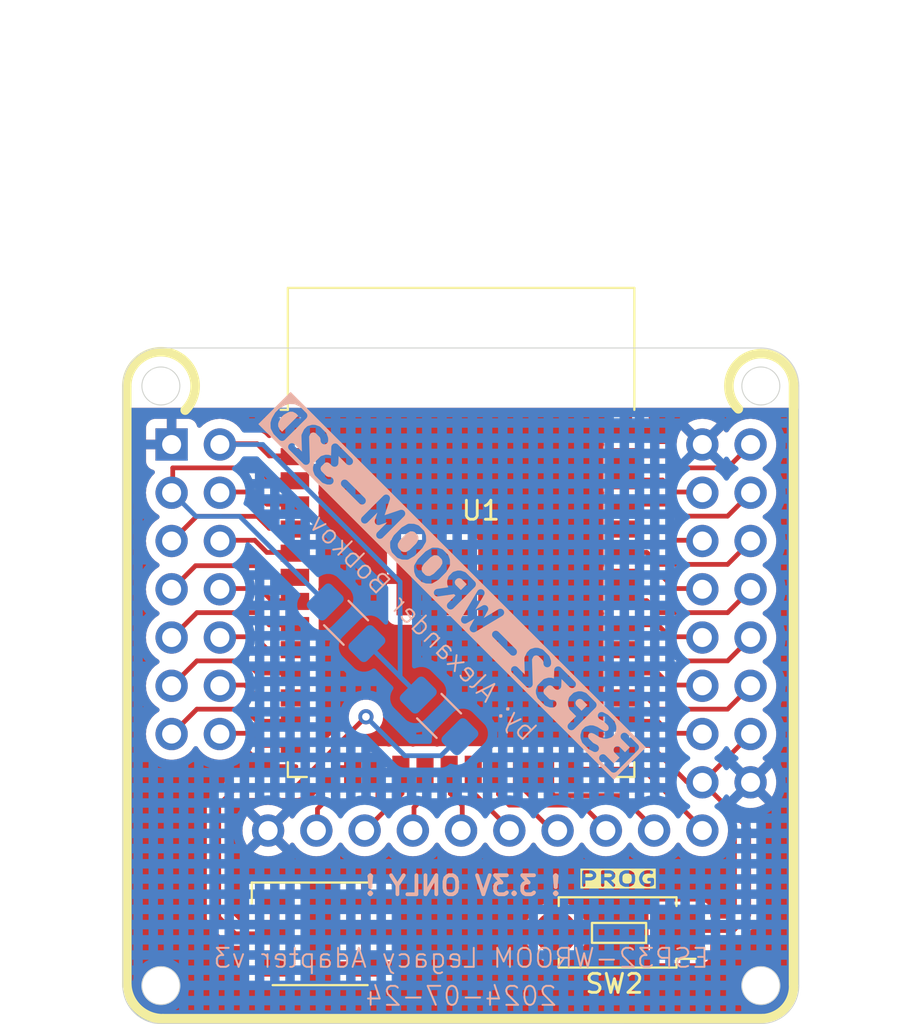
<source format=kicad_pcb>
(kicad_pcb (version 20240108) (generator "pcbnew") (generator_version "8.0")
  (layers (0 "F.Cu" signal) (31 "B.Cu" signal) (34 "B.Paste" user) (35 "F.Paste" user) (36 "B.SilkS" user "B.Silkscreen") (37 "F.SilkS" user "F.Silkscreen") (38 "B.Mask" user) (39 "F.Mask" user) (44 "Edge.Cuts" user))
  (net 0 "")
  (net 1 "GND")
  (net 2 "unconnected-(U1-SENSOR_VP-Pad4)")
  (net 3 "unconnected-(U1-SENSOR_VN-Pad5)")
  (net 4 "unconnected-(U1-IO34-Pad6)")
  (net 5 "unconnected-(U1-IO35-Pad7)")
  (net 6 "unconnected-(U1-IO32-Pad8)")
  (net 7 "unconnected-(U1-IO33-Pad9)")
  (net 8 "unconnected-(U1-IO25-Pad10)")
  (net 9 "unconnected-(U1-IO26-Pad11)")
  (net 10 "unconnected-(U1-IO27-Pad12)")
  (net 11 "unconnected-(U1-IO14-Pad13)")
  (net 12 "unconnected-(U1-IO12-Pad14)")
  (net 13 "unconnected-(U1-IO13-Pad16)")
  (net 14 "unconnected-(U1-SHD{slash}SD2-Pad17)")
  (net 15 "unconnected-(U1-SWP{slash}SD3-Pad18)")
  (net 16 "unconnected-(U1-SCS{slash}CMD-Pad19)")
  (net 17 "unconnected-(U1-SCK{slash}CLK-Pad20)")
  (net 18 "unconnected-(U1-SDO{slash}SD0-Pad21)")
  (net 19 "unconnected-(U1-SDI{slash}SD1-Pad22)")
  (net 20 "unconnected-(U1-IO15-Pad23)")
  (net 21 "unconnected-(U1-IO2-Pad24)")
  (net 22 "unconnected-(U1-IO4-Pad26)")
  (net 23 "unconnected-(U1-IO16-Pad27)")
  (net 24 "unconnected-(U1-IO17-Pad28)")
  (net 25 "unconnected-(U1-IO5-Pad29)")
  (net 26 "unconnected-(U1-IO18-Pad30)")
  (net 27 "unconnected-(U1-IO19-Pad31)")
  (net 28 "unconnected-(U1-NC-Pad32)")
  (net 29 "unconnected-(U1-IO21-Pad33)")
  (net 30 "unconnected-(U1-RXD0{slash}IO3-Pad34)")
  (net 31 "unconnected-(U1-TXD0{slash}IO1-Pad35)")
  (net 32 "unconnected-(U1-IO22-Pad36)")
  (net 33 "unconnected-(U1-IO23-Pad37)")
  (net 34 "+3V3")
  (net 36 "Net-(D1-AB)")
  (net 37 "Net-(U1-EN)")
  (net 38 "/GPIO0")
  (footprint "Alexander Footprint Library:LED_5050-6" (layer "F.Cu") (at 152.54 107.075)
    (property "Reference" "D1" (hide yes))
    (property "Value" "LED_SMD_5050")
    (fp_line (start -3.6 -2.7) (end 2.5 -2.7) (stroke (width 0.12)) (layer "F.SilkS"))
    (fp_line (start -3.6 -1.6) (end -3.6 -2.7) (stroke (width 0.12)) (layer "F.SilkS"))
    (fp_line (start 2.5 2.7) (end -2.5 2.7) (stroke (width 0.12)) (layer "F.SilkS"))
    (pad "1" smd rect (at -2.4 -1.7 90) (size 1.1 2) (layers "F.Cu" "F.Paste" "F.Mask") (net 36 "Net-(D1-AB)"))
    (pad "2" smd rect (at -2.4 0 90) (size 1.1 2) (layers "F.Cu" "F.Paste" "F.Mask") (net 36 "Net-(D1-AB)"))
    (pad "3" smd rect (at -2.4 1.7 90) (size 1.1 2) (layers "F.Cu" "F.Paste" "F.Mask") (net 36 "Net-(D1-AB)"))
    (pad "4" smd rect (at 2.4 1.7 90) (size 1.1 2) (layers "F.Cu" "F.Paste" "F.Mask") (net 1 "GND"))
    (pad "5" smd rect (at 2.4 0 90) (size 1.1 2) (layers "F.Cu" "F.Paste" "F.Mask") (net 1 "GND"))
    (pad "6" smd rect (at 2.4 -1.7 90) (size 1.1 2) (layers "F.Cu" "F.Paste" "F.Mask") (net 1 "GND"))
  )
  (footprint "Alexander Footprint Library:ESP32-WROOM-Adapter-Legacy-v3" (layer "F.Cu") (at 159.96 88.94)
    (property "Reference" "U1" (at 1.04 -4.14 0) (layer "F.SilkS"))
    (property "Value" "ESP32-WROOM-32D")
    (fp_line (start -17.6 -10.6854) (end -17.6 20.9) (stroke (width 0.5)) (layer "F.SilkS"))
    (fp_line (start -9.12 -15.86) (end -9.12 -9.445) (stroke (width 0.12)) (layer "F.SilkS"))
    (fp_line (start -9.12 -15.86) (end 9.12 -15.86) (stroke (width 0.12)) (layer "F.SilkS"))
    (fp_line (start -9.12 -9.445) (end -9.5 -9.445) (stroke (width 0.12)) (layer "F.SilkS"))
    (fp_line (start -9.12 9.1) (end -9.12 9.88) (stroke (width 0.12)) (layer "F.SilkS"))
    (fp_line (start -9.12 9.88) (end -8.12 9.88) (stroke (width 0.12)) (layer "F.SilkS"))
    (fp_line (start 9.12 -15.86) (end 9.12 -9.445) (stroke (width 0.12)) (layer "F.SilkS"))
    (fp_line (start 9.12 9.1) (end 9.12 9.88) (stroke (width 0.12)) (layer "F.SilkS"))
    (fp_line (start 9.12 9.88) (end 8.12 9.88) (stroke (width 0.12)) (layer "F.SilkS"))
    (fp_line (start 15.8854 22.6) (end -15.7 22.6) (stroke (width 0.5)) (layer "F.SilkS"))
    (fp_line (start 17.5 -10.8) (end 17.5 20.7854) (stroke (width 0.5)) (layer "F.SilkS"))
    (fp_arc (start -17.6 -10.6854) (mid -15.117897 -12.365818) (end -14.527166 -9.427166) (stroke (width 0.5)) (layer "F.SilkS"))
    (fp_arc (start -15.700001 22.60263) (mid -17.00953 22.080265) (end -17.6 20.8) (stroke (width 0.5)) (layer "F.SilkS"))
    (fp_arc (start 14.595841 -9.495841) (mid 15.102381 -12.253488) (end 17.499999 -10.8) (stroke (width 0.5)) (layer "F.SilkS"))
    (fp_arc (start 17.5 20.7854) (mid 17.071898 22.033759) (end 15.880748 22.601944) (stroke (width 0.5)) (layer "F.SilkS"))
    (fp_line (start -17.8054 20.86) (end -17.8054 -10.7) (stroke (width 0.05)) (layer "Edge.Cuts"))
    (fp_line (start -15.8054 -12.7) (end 15.78 -12.7) (stroke (width 0.05)) (layer "Edge.Cuts"))
    (fp_line (start 15.78 22.86) (end -15.8054 22.86) (stroke (width 0.05)) (layer "Edge.Cuts"))
    (fp_line (start 17.78 -10.7) (end 17.78 20.86) (stroke (width 0.05)) (layer "Edge.Cuts"))
    (fp_arc (start -17.8054 -10.7) (mid -17.219614 -12.114214) (end -15.8054 -12.7) (stroke (width 0.05)) (layer "Edge.Cuts"))
    (fp_arc (start -15.8054 22.86) (mid -17.219614 22.274214) (end -17.8054 20.86) (stroke (width 0.05)) (layer "Edge.Cuts"))
    (fp_arc (start 15.78 -12.7) (mid 17.194214 -12.114214) (end 17.78 -10.7) (stroke (width 0.05)) (layer "Edge.Cuts"))
    (fp_arc (start 17.78 20.86) (mid 17.194214 22.274214) (end 15.78 22.86) (stroke (width 0.05)) (layer "Edge.Cuts"))
    (fp_circle (center -15.805401 -10.700001) (end -14.805401 -10.700001) (stroke (width 0.05)) (fill none) (layer "Edge.Cuts"))
    (fp_circle (center -15.805401 20.860001) (end -14.805401 20.860001) (stroke (width 0.05)) (fill none) (layer "Edge.Cuts"))
    (fp_circle (center 15.78 -10.7) (end 16.78 -10.7) (stroke (width 0.05)) (fill none) (layer "Edge.Cuts"))
    (fp_circle (center 15.78 20.86) (end 16.78 20.86) (stroke (width 0.05)) (fill none) (layer "Edge.Cuts"))
    (fp_text user "2024-07-24" (at 0 22 0) (layer "B.SilkS") (effects (font (thickness 0.1)) (justify bottom mirror)))
    (fp_text user "! 3.3V ONLY !" (at 0.1 15.6 0) (layer "B.SilkS") (effects (font (thickness 0.2) (bold yes)) (justify mirror)))
    (fp_text user "by: Alexander Bobkov" (at -2 2 -45) (layer "B.SilkS") (effects (font (thickness 0.1)) (justify mirror)))
    (fp_text user "ESP32-WROOM-32D" (at -0.5 -0.1 -45) (layer "B.SilkS" knockout) (effects (font (size 1.6 1.7) (thickness 0.4) (bold yes)) (justify mirror)))
    (fp_text user "ESP32-WROOM Legacy Adapter v3" (at 0 20 0) (layer "B.SilkS") (effects (font (thickness 0.1)) (justify bottom mirror)))
    (pad "1" thru_hole rect (at -15.24 -7.62) (size 1.7 1.7) (drill 1) (layers "*.Cu" "*.Mask") (net 1 "GND"))
    (pad "1" smd rect (at -8.75 -8.25) (size 1.5 0.9) (layers "F.Cu" "F.Paste" "F.Mask") (net 1 "GND"))
    (pad "2" thru_hole circle (at -12.7 -7.62) (size 1.7 1.7) (drill 1) (layers "*.Cu" "*.Mask") (net 34 "+3V3"))
    (pad "2" smd rect (at -8.75 -6.98) (size 1.5 0.9) (layers "F.Cu" "F.Paste" "F.Mask") (net 34 "+3V3"))
    (pad "3" thru_hole circle (at -15.24 -5.08) (size 1.7 1.7) (drill 1) (layers "*.Cu" "*.Mask") (net 37 "Net-(U1-EN)"))
    (pad "3" smd rect (at -8.75 -5.71) (size 1.5 0.9) (layers "F.Cu" "F.Paste" "F.Mask") (net 37 "Net-(U1-EN)"))
    (pad "4" thru_hole circle (at -12.7 -5.08) (size 1.7 1.7) (drill 1) (layers "*.Cu" "*.Mask") (net 2 "unconnected-(U1-SENSOR_VP-Pad4)"))
    (pad "4" smd rect (at -8.75 -4.44) (size 1.5 0.9) (layers "F.Cu" "F.Paste" "F.Mask") (net 2 "unconnected-(U1-SENSOR_VP-Pad4)"))
    (pad "5" thru_hole circle (at -15.24 -2.54) (size 1.7 1.7) (drill 1) (layers "*.Cu" "*.Mask") (net 3 "unconnected-(U1-SENSOR_VN-Pad5)"))
    (pad "5" smd rect (at -8.75 -3.17) (size 1.5 0.9) (layers "F.Cu" "F.Paste" "F.Mask") (net 3 "unconnected-(U1-SENSOR_VN-Pad5)"))
    (pad "6" thru_hole circle (at -12.7 -2.54) (size 1.7 1.7) (drill 1) (layers "*.Cu" "*.Mask") (net 4 "unconnected-(U1-IO34-Pad6)"))
    (pad "6" smd rect (at -8.75 -1.9) (size 1.5 0.9) (layers "F.Cu" "F.Paste" "F.Mask") (net 4 "unconnected-(U1-IO34-Pad6)"))
    (pad "7" thru_hole circle (at -15.24 0) (size 1.7 1.7) (drill 1) (layers "*.Cu" "*.Mask") (net 5 "unconnected-(U1-IO35-Pad7)"))
    (pad "7" smd rect (at -8.75 -0.63) (size 1.5 0.9) (layers "F.Cu" "F.Paste" "F.Mask") (net 5 "unconnected-(U1-IO35-Pad7)"))
    (pad "8" thru_hole circle (at -12.7 0) (size 1.7 1.7) (drill 1) (layers "*.Cu" "*.Mask") (net 6 "unconnected-(U1-IO32-Pad8)"))
    (pad "8" smd rect (at -8.75 0.64) (size 1.5 0.9) (layers "F.Cu" "F.Paste" "F.Mask") (net 6 "unconnected-(U1-IO32-Pad8)"))
    (pad "9" thru_hole circle (at -15.24 2.54) (size 1.7 1.7) (drill 1) (layers "*.Cu" "*.Mask") (net 7 "unconnected-(U1-IO33-Pad9)"))
    (pad "9" smd rect (at -8.75 1.91) (size 1.5 0.9) (layers "F.Cu" "F.Paste" "F.Mask") (net 7 "unconnected-(U1-IO33-Pad9)"))
    (pad "10" thru_hole circle (at -12.7 2.54) (size 1.7 1.7) (drill 1) (layers "*.Cu" "*.Mask") (net 8 "unconnected-(U1-IO25-Pad10)"))
    (pad "10" smd rect (at -8.75 3.18) (size 1.5 0.9) (layers "F.Cu" "F.Paste" "F.Mask") (net 8 "unconnected-(U1-IO25-Pad10)"))
    (pad "11" thru_hole circle (at -15.24 5.08) (size 1.7 1.7) (drill 1) (layers "*.Cu" "*.Mask") (net 9 "unconnected-(U1-IO26-Pad11)"))
    (pad "11" smd rect (at -8.75 4.45) (size 1.5 0.9) (layers "F.Cu" "F.Paste" "F.Mask") (net 9 "unconnected-(U1-IO26-Pad11)"))
    (pad "12" thru_hole circle (at -12.7 5.08) (size 1.7 1.7) (drill 1) (layers "*.Cu" "*.Mask") (net 10 "unconnected-(U1-IO27-Pad12)"))
    (pad "12" smd rect (at -8.75 5.72) (size 1.5 0.9) (layers "F.Cu" "F.Paste" "F.Mask") (net 10 "unconnected-(U1-IO27-Pad12)"))
    (pad "13" thru_hole circle (at -15.24 7.62) (size 1.7 1.7) (drill 1) (layers "*.Cu" "*.Mask") (net 11 "unconnected-(U1-IO14-Pad13)"))
    (pad "13" smd rect (at -8.75 6.99) (size 1.5 0.9) (layers "F.Cu" "F.Paste" "F.Mask") (net 11 "unconnected-(U1-IO14-Pad13)"))
    (pad "14" thru_hole circle (at -12.7 7.62) (size 1.7 1.7) (drill 1) (layers "*.Cu" "*.Mask") (net 12 "unconnected-(U1-IO12-Pad14)"))
    (pad "14" smd rect (at -8.75 8.26) (size 1.5 0.9) (layers "F.Cu" "F.Paste" "F.Mask") (net 12 "unconnected-(U1-IO12-Pad14)"))
    (pad "15" thru_hole circle (at -10.16 12.7) (size 1.7 1.7) (drill 1) (layers "*.Cu" "*.Mask") (net 1 "GND"))
    (pad "15" smd rect (at -5.71 9.51 90) (size 1.5 0.9) (layers "F.Cu" "F.Paste" "F.Mask") (net 1 "GND"))
    (pad "16" thru_hole circle (at -7.62 12.7) (size 1.7 1.7) (drill 1) (layers "*.Cu" "*.Mask") (net 13 "unconnected-(U1-IO13-Pad16)"))
    (pad "16" smd rect (at -4.44 9.51 90) (size 1.5 0.9) (layers "F.Cu" "F.Paste" "F.Mask") (net 13 "unconnected-(U1-IO13-Pad16)"))
    (pad "17" thru_hole circle (at -5.08 12.7) (size 1.7 1.7) (drill 1) (layers "*.Cu" "*.Mask") (net 14 "unconnected-(U1-SHD{slash}SD2-Pad17)"))
    (pad "17" smd rect (at -3.17 9.51 90) (size 1.5 0.9) (layers "F.Cu" "F.Paste" "F.Mask") (net 14 "unconnected-(U1-SHD{slash}SD2-Pad17)"))
    (pad "18" thru_hole circle (at -2.54 12.7) (size 1.7 1.7) (drill 1) (layers "*.Cu" "*.Mask") (net 15 "unconnected-(U1-SWP{slash}SD3-Pad18)"))
    (pad "18" smd rect (at -1.9 9.51 90) (size 1.5 0.9) (layers "F.Cu" "F.Paste" "F.Mask") (net 15 "unconnected-(U1-SWP{slash}SD3-Pad18)"))
    (pad "19" smd rect (at -0.63 9.51 90) (size 1.5 0.9) (layers "F.Cu" "F.Paste" "F.Mask") (net 16 "unconnected-(U1-SCS{slash}CMD-Pad19)"))
    (pad "19" thru_hole circle (at 0 12.7) (size 1.7 1.7) (drill 1) (layers "*.Cu" "*.Mask") (net 16 "unconnected-(U1-SCS{slash}CMD-Pad19)"))
    (pad "20" smd rect (at 0.64 9.51 90) (size 1.5 0.9) (layers "F.Cu" "F.Paste" "F.Mask") (net 17 "unconnected-(U1-SCK{slash}CLK-Pad20)"))
    (pad "20" thru_hole circle (at 2.54 12.7) (size 1.7 1.7) (drill 1) (layers "*.Cu" "*.Mask") (net 17 "unconnected-(U1-SCK{slash}CLK-Pad20)"))
    (pad "21" smd rect (at 1.91 9.51 90) (size 1.5 0.9) (layers "F.Cu" "F.Paste" "F.Mask") (net 18 "unconnected-(U1-SDO{slash}SD0-Pad21)"))
    (pad "21" thru_hole circle (at 5.08 12.7) (size 1.7 1.7) (drill 1) (layers "*.Cu" "*.Mask") (net 18 "unconnected-(U1-SDO{slash}SD0-Pad21)"))
    (pad "22" smd rect (at 3.18 9.51 90) (size 1.5 0.9) (layers "F.Cu" "F.Paste" "F.Mask") (net 19 "unconnected-(U1-SDI{slash}SD1-Pad22)"))
    (pad "22" thru_hole circle (at 7.62 12.7) (size 1.7 1.7) (drill 1) (layers "*.Cu" "*.Mask") (net 19 "unconnected-(U1-SDI{slash}SD1-Pad22)"))
    (pad "23" smd rect (at 4.45 9.51 90) (size 1.5 0.9) (layers "F.Cu" "F.Paste" "F.Mask") (net 20 "unconnected-(U1-IO15-Pad23)"))
    (pad "23" thru_hole circle (at 10.16 12.7) (size 1.7 1.7) (drill 1) (layers "*.Cu" "*.Mask") (net 20 "unconnected-(U1-IO15-Pad23)"))
    (pad "24" smd rect (at 5.72 9.51 90) (size 1.5 0.9) (layers "F.Cu" "F.Paste" "F.Mask") (net 21 "unconnected-(U1-IO2-Pad24)"))
    (pad "24" thru_hole circle (at 12.7 12.7) (size 1.7 1.7) (drill 1) (layers "*.Cu" "*.Mask") (net 21 "unconnected-(U1-IO2-Pad24)"))
    (pad "25" smd rect (at 8.75 8.26) (size 1.5 0.9) (layers "F.Cu" "F.Paste" "F.Mask") (net 38 "/GPIO0"))
    (pad "25" thru_hole circle (at 12.7 10.16) (size 1.7 1.7) (drill 1) (layers "*.Cu" "*.Mask") (net 38 "/GPIO0"))
    (pad "25" thru_hole circle (at 15.24 7.62) (size 1.7 1.7) (drill 1) (layers "*.Cu" "*.Mask") (net 38 "/GPIO0"))
    (pad "26" smd rect (at 8.75 6.99) (size 1.5 0.9) (layers "F.Cu" "F.Paste" "F.Mask") (net 22 "unconnected-(U1-IO4-Pad26)"))
    (pad "26" thru_hole circle (at 12.7 7.62) (size 1.7 1.7) (drill 1) (layers "*.Cu" "*.Mask") (net 22 "unconnected-(U1-IO4-Pad26)"))
    (pad "27" smd rect (at 8.75 5.72) (size 1.5 0.9) (layers "F.Cu" "F.Paste" "F.Mask") (net 23 "unconnected-(U1-IO16-Pad27)"))
    (pad "27" thru_hole circle (at 15.24 5.08) (size 1.7 1.7) (drill 1) (layers "*.Cu" "*.Mask") (net 23 "unconnected-(U1-IO16-Pad27)"))
    (pad "28" smd rect (at 8.75 4.45) (size 1.5 0.9) (layers "F.Cu" "F.Paste" "F.Mask") (net 24 "unconnected-(U1-IO17-Pad28)"))
    (pad "28" thru_hole circle (at 12.7 5.08) (size 1.7 1.7) (drill 1) (layers "*.Cu" "*.Mask") (net 24 "unconnected-(U1-IO17-Pad28)"))
    (pad "29" smd rect (at 8.75 3.18) (size 1.5 0.9) (layers "F.Cu" "F.Paste" "F.Mask") (net 25 "unconnected-(U1-IO5-Pad29)"))
    (pad "29" thru_hole circle (at 15.24 2.54) (size 1.7 1.7) (drill 1) (layers "*.Cu" "*.Mask") (net 25 "unconnected-(U1-IO5-Pad29)"))
    (pad "30" smd rect (at 8.75 1.91) (size 1.5 0.9) (layers "F.Cu" "F.Paste" "F.Mask") (net 26 "unconnected-(U1-IO18-Pad30)"))
    (pad "30" thru_hole circle (at 12.7 2.54) (size 1.7 1.7) (drill 1) (layers "*.Cu" "*.Mask") (net 26 "unconnected-(U1-IO18-Pad30)"))
    (pad "31" smd rect (at 8.75 0.64) (size 1.5 0.9) (layers "F.Cu" "F.Paste" "F.Mask") (net 27 "unconnected-(U1-IO19-Pad31)"))
    (pad "31" thru_hole circle (at 15.24 0) (size 1.7 1.7) (drill 1) (layers "*.Cu" "*.Mask") (net 27 "unconnected-(U1-IO19-Pad31)"))
    (pad "32" smd rect (at 8.75 -0.63) (size 1.5 0.9) (layers "F.Cu" "F.Paste" "F.Mask") (net 28 "unconnected-(U1-NC-Pad32)"))
    (pad "32" thru_hole circle (at 12.7 0) (size 1.7 1.7) (drill 1) (layers "*.Cu" "*.Mask"))
    (pad "33" smd rect (at 8.75 -1.9) (size 1.5 0.9) (layers "F.Cu" "F.Paste" "F.Mask") (net 29 "unconnected-(U1-IO21-Pad33)"))
    (pad "33" thru_hole circle (at 15.24 -2.54) (size 1.7 1.7) (drill 1) (layers "*.Cu" "*.Mask") (net 29 "unconnected-(U1-IO21-Pad33)"))
    (pad "34" smd rect (at 8.75 -3.17) (size 1.5 0.9) (layers "F.Cu" "F.Paste" "F.Mask") (net 30 "unconnected-(U1-RXD0{slash}IO3-Pad34)"))
    (pad "34" thru_hole circle (at 12.7 -2.54) (size 1.7 1.7) (drill 1) (layers "*.Cu" "*.Mask") (net 30 "unconnected-(U1-RXD0{slash}IO3-Pad34)"))
    (pad "35" smd rect (at 8.75 -4.44) (size 1.5 0.9) (layers "F.Cu" "F.Paste" "F.Mask") (net 31 "unconnected-(U1-TXD0{slash}IO1-Pad35)"))
    (pad "35" thru_hole circle (at 15.24 -5.08) (size 1.7 1.7) (drill 1) (layers "*.Cu" "*.Mask") (net 31 "unconnected-(U1-TXD0{slash}IO1-Pad35)"))
    (pad "36" smd rect (at 8.75 -5.71) (size 1.5 0.9) (layers "F.Cu" "F.Paste" "F.Mask") (net 32 "unconnected-(U1-IO22-Pad36)"))
    (pad "36" thru_hole circle (at 12.7 -5.08) (size 1.7 1.7) (drill 1) (layers "*.Cu" "*.Mask") (net 32 "unconnected-(U1-IO22-Pad36)"))
    (pad "37" smd rect (at 8.75 -6.98) (size 1.5 0.9) (layers "F.Cu" "F.Paste" "F.Mask") (net 33 "unconnected-(U1-IO23-Pad37)"))
    (pad "37" thru_hole circle (at 15.24 -7.62) (size 1.7 1.7) (drill 1) (layers "*.Cu" "*.Mask") (net 33 "unconnected-(U1-IO23-Pad37)"))
    (pad "38" smd rect (at 8.75 -8.25) (size 1.5 0.9) (layers "F.Cu" "F.Paste" "F.Mask") (net 1 "GND"))
    (pad "38" thru_hole circle (at 12.7 -7.62) (size 1.7 1.7) (drill 1) (layers "*.Cu" "*.Mask") (net 1 "GND"))
    (pad "38" thru_hole circle (at 15.24 10.16) (size 1.7 1.7) (drill 1) (layers "*.Cu" "*.Mask") (net 1 "GND"))
    (pad "39" smd rect (at -1.5 -0.53) (size 3.8 3.8) (layers "F.Cu" "F.Mask") (net 1 "GND"))
    (zone (net 0) (net_name "") (layers "*.Cu") (connect_pads (clearance 0)) (min_thickness 0.254)
      (keepout (tracks not_allowed) (vias not_allowed) (pads not_allowed) (copperpour not_allowed) (footprints not_allowed))
      (fill (thermal_gap 0.508) (thermal_bridge_width 0.508))
      (polygon (pts (xy 135.96 79.39) (xy 183.96 79.39) (xy 183.96 58.2) (xy 135.96 58.2)))
    )
  )
  (footprint "Alexander Footprint Library:SW_PUSH_6x3.5mm" (layer "F.Cu") (at 171.45 107 180)
    (property "Reference" "SW2" (at 3.42 -2.7 0) (layer "F.SilkS"))
    (property "Value" "SW_Push_SMD_6x3.5")
    (fp_line (start 6.35 1.39) (end 6.35 1.85) (stroke (width 0.12)) (layer "F.SilkS"))
    (fp_line (start 6.35 -1.85) (end 6.35 -1.39) (stroke (width 0.12)) (layer "F.SilkS"))
    (fp_line (start 6.35 -1.85) (end 0.15 -1.85) (stroke (width 0.12)) (layer "F.SilkS"))
    (fp_line (start 0.15 1.85) (end 6.35 1.85) (stroke (width 0.12)) (layer "F.SilkS"))
    (fp_line (start 0.15 1.39) (end 0.15 1.85) (stroke (width 0.12)) (layer "F.SilkS"))
    (fp_line (start 0.15 -1.39) (end -0.85 -1.39) (stroke (width 0.12)) (layer "F.SilkS"))
    (fp_line (start 0.15 -1.85) (end 0.15 -1.39) (stroke (width 0.12)) (layer "F.SilkS"))
    (fp_rect (start 1.75 -0.55) (end 4.6 0.5) (stroke (width 0.12)) (fill none) (layer "F.SilkS"))
    (pad "1" smd rect (at 0 0 270) (size 2.25 2.25) (layers "F.Cu" "F.Paste" "F.Mask") (net 38 "/GPIO0"))
    (pad "2" smd oval (at 6.5 0 270) (size 2.25 2.25) (layers "F.Cu" "F.Paste" "F.Mask") (net 1 "GND"))
  )
  (footprint "Resistor_SMD:R_1206_3216Metric_Pad1.30x1.75mm_HandSolder" (layer "B.Cu") (at 153.903984 90.703984 135)
    (property "Reference" "R2" (hide yes))
    (property "Value" "R")
    (fp_line (start 0.727064 -0.91) (end -0.727064 -0.91) (stroke (width 0.12)) (layer "B.SilkS"))
    (fp_line (start 0.727064 0.91) (end -0.727064 0.91) (stroke (width 0.12)) (layer "B.SilkS"))
    (pad "1" smd roundrect (at -1.550001 0 135) (size 1.3 1.75) (layers "B.Cu" "B.Paste" "B.Mask") (roundrect_rratio 0.192308) (net 34 "+3V3"))
    (pad "2" smd roundrect (at 1.550001 0 135) (size 1.3 1.75) (layers "B.Cu" "B.Paste" "B.Mask") (roundrect_rratio 0.192308) (net 37 "Net-(U1-EN)"))
  )
  (footprint "Resistor_SMD:R_1206_3216Metric_Pad1.30x1.75mm_HandSolder" (layer "B.Cu") (at 158.8 95.603984 -45)
    (property "Reference" "R1" (hide yes))
    (property "Value" "R")
    (fp_line (start 0.727064 0.91) (end -0.727064 0.91) (stroke (width 0.12)) (layer "B.SilkS"))
    (fp_line (start 0.727064 -0.91) (end -0.727064 -0.91) (stroke (width 0.12)) (layer "B.SilkS"))
    (pad "1" smd roundrect (at -1.550001 0 315) (size 1.3 1.75) (layers "B.Cu" "B.Paste" "B.Mask") (roundrect_rratio 0.192308) (net 34 "+3V3"))
    (pad "2" smd roundrect (at 1.550001 0 315) (size 1.3 1.75) (layers "B.Cu" "B.Paste" "B.Mask") (roundrect_rratio 0.192308) (net 36 "Net-(D1-AB)"))
  )
  (gr_text "PROG" (at 168.2 104.2 0) (layer "F.SilkS" knockout) (effects (font (size 0.7 1) (thickness 0.175) (bold yes))))
  (segment (start 147.32 83.82) (end 149.098 83.82) (width 0.25) (layer "F.Cu") (net 2))
  (segment (start 149.098 83.82) (end 149.738 84.46) (width 0.25) (layer "F.Cu") (net 2))
  (segment (start 149.738 84.46) (end 151.27 84.46) (width 0.25) (layer "F.Cu") (net 2))
  (segment (start 144.78 86.36) (end 146.04 85.1) (width 0.25) (layer "F.Cu") (net 3))
  (segment (start 149.86 85.73) (end 151.27 85.73) (width 0.25) (layer "F.Cu") (net 3))
  (segment (start 149.23 85.1) (end 149.86 85.73) (width 0.25) (layer "F.Cu") (net 3))
  (segment (start 146.04 85.1) (end 149.23 85.1) (width 0.25) (layer "F.Cu") (net 3))
  (segment (start 149.098 86.36) (end 147.32 86.36) (width 0.25) (layer "F.Cu") (net 4))
  (segment (start 149.738 87) (end 149.098 86.36) (width 0.25) (layer "F.Cu") (net 4))
  (segment (start 151.27 87) (end 149.738 87) (width 0.25) (layer "F.Cu") (net 4))
  (segment (start 145.98 87.7) (end 149.29 87.7) (width 0.25) (layer "F.Cu") (net 5))
  (segment (start 149.86 88.27) (end 151.27 88.27) (width 0.25) (layer "F.Cu") (net 5))
  (segment (start 144.78 88.9) (end 145.98 87.7) (width 0.25) (layer "F.Cu") (net 5))
  (segment (start 149.29 87.7) (end 149.86 88.27) (width 0.25) (layer "F.Cu") (net 5))
  (segment (start 151.27 89.54) (end 149.992 89.54) (width 0.25) (layer "F.Cu") (net 6))
  (segment (start 149.352 88.9) (end 147.32 88.9) (width 0.25) (layer "F.Cu") (net 6))
  (segment (start 149.992 89.54) (end 149.352 88.9) (width 0.25) (layer "F.Cu") (net 6))
  (segment (start 149.22 90.17) (end 149.86 90.81) (width 0.25) (layer "F.Cu") (net 7))
  (segment (start 146.05 90.17) (end 149.22 90.17) (width 0.25) (layer "F.Cu") (net 7))
  (segment (start 144.78 91.44) (end 146.05 90.17) (width 0.25) (layer "F.Cu") (net 7))
  (segment (start 149.86 90.81) (end 151.27 90.81) (width 0.25) (layer "F.Cu") (net 7))
  (segment (start 149.738 92.08) (end 149.098 91.44) (width 0.25) (layer "F.Cu") (net 8))
  (segment (start 151.27 92.08) (end 149.738 92.08) (width 0.25) (layer "F.Cu") (net 8))
  (segment (start 149.098 91.44) (end 147.32 91.44) (width 0.25) (layer "F.Cu") (net 8))
  (segment (start 148.59 92.71) (end 146.05 92.71) (width 0.25) (layer "F.Cu") (net 9))
  (segment (start 149.23 93.35) (end 148.59 92.71) (width 0.25) (layer "F.Cu") (net 9))
  (segment (start 146.05 92.71) (end 144.78 93.98) (width 0.25) (layer "F.Cu") (net 9))
  (segment (start 151.27 93.35) (end 149.23 93.35) (width 0.25) (layer "F.Cu") (net 9))
  (segment (start 151.27 94.62) (end 149.23 94.62) (width 0.25) (layer "F.Cu") (net 10))
  (segment (start 148.59 93.98) (end 147.32 93.98) (width 0.25) (layer "F.Cu") (net 10))
  (segment (start 149.23 94.62) (end 148.59 93.98) (width 0.25) (layer "F.Cu") (net 10))
  (segment (start 144.78 96.52) (end 146.05 95.25) (width 0.25) (layer "F.Cu") (net 11))
  (segment (start 146.05 95.25) (end 148.59 95.25) (width 0.25) (layer "F.Cu") (net 11))
  (segment (start 149.23 95.89) (end 151.27 95.89) (width 0.25) (layer "F.Cu") (net 11))
  (segment (start 148.59 95.25) (end 149.23 95.89) (width 0.25) (layer "F.Cu") (net 11))
  (segment (start 148.844 96.52) (end 147.32 96.52) (width 0.25) (layer "F.Cu") (net 12))
  (segment (start 149.484 97.16) (end 148.844 96.52) (width 0.25) (layer "F.Cu") (net 12))
  (segment (start 151.27 97.16) (end 149.484 97.16) (width 0.25) (layer "F.Cu") (net 12))
  (segment (start 152.4 101.6) (end 152.4 100.5) (width 0.25) (layer "F.Cu") (net 13))
  (segment (start 155.4 100.1) (end 155.58 99.92) (width 0.25) (layer "F.Cu") (net 13))
  (segment (start 152.8 100.1) (end 155.4 100.1) (width 0.25) (layer "F.Cu") (net 13))
  (segment (start 155.58 99.92) (end 155.58 98.41) (width 0.25) (layer "F.Cu") (net 13))
  (segment (start 152.4 100.5) (end 152.8 100.1) (width 0.25) (layer "F.Cu") (net 13))
  (segment (start 154.94 101.6) (end 156.85 99.69) (width 0.25) (layer "F.Cu") (net 14))
  (segment (start 156.85 99.69) (end 156.85 98.41) (width 0.25) (layer "F.Cu") (net 14))
  (segment (start 157.48 100.42) (end 158.12 99.78) (width 0.25) (layer "F.Cu") (net 15))
  (segment (start 158.12 99.78) (end 158.12 98.41) (width 0.25) (layer "F.Cu") (net 15))
  (segment (start 157.48 101.6) (end 157.48 100.42) (width 0.25) (layer "F.Cu") (net 15))
  (segment (start 160.02 101.6) (end 160.02 100.32) (width 0.25) (layer "F.Cu") (net 16))
  (segment (start 159.39 99.69) (end 159.39 98.41) (width 0.25) (layer "F.Cu") (net 16))
  (segment (start 160.02 100.32) (end 159.39 99.69) (width 0.25) (layer "F.Cu") (net 16))
  (segment (start 162.56 101.6) (end 160.66 99.7) (width 0.25) (layer "F.Cu") (net 17))
  (segment (start 160.66 99.7) (end 160.66 98.41) (width 0.25) (layer "F.Cu") (net 17))
  (segment (start 163.4 100.3) (end 162.5 100.3) (width 0.25) (layer "F.Cu") (net 18))
  (segment (start 161.93 99.73) (end 161.93 98.41) (width 0.25) (layer "F.Cu") (net 18))
  (segment (start 164.7 101.6) (end 163.4 100.3) (width 0.25) (layer "F.Cu") (net 18))
  (segment (start 165.1 101.6) (end 164.7 101.6) (width 0.25) (layer "F.Cu") (net 18))
  (segment (start 162.5 100.3) (end 161.93 99.73) (width 0.25) (layer "F.Cu") (net 18))
  (segment (start 164.09 100.3) (end 166.34 100.3) (width 0.25) (layer "F.Cu") (net 19))
  (segment (start 163.2 98.41) (end 163.2 99.41) (width 0.25) (layer "F.Cu") (net 19))
  (segment (start 166.34 100.3) (end 167.64 101.6) (width 0.25) (layer "F.Cu") (net 19))
  (segment (start 163.2 99.41) (end 164.09 100.3) (width 0.25) (layer "F.Cu") (net 19))
  (segment (start 164.47 99.41) (end 164.86 99.8) (width 0.25) (layer "F.Cu") (net 20))
  (segment (start 164.47 98.41) (end 164.47 99.41) (width 0.25) (layer "F.Cu") (net 20))
  (segment (start 168.38 99.8) (end 170.18 101.6) (width 0.25) (layer "F.Cu") (net 20))
  (segment (start 164.86 99.8) (end 168.38 99.8) (width 0.25) (layer "F.Cu") (net 20))
  (segment (start 169.53 98.41) (end 172.72 101.6) (width 0.25) (layer "F.Cu") (net 21))
  (segment (start 165.74 98.41) (end 169.53 98.41) (width 0.25) (layer "F.Cu") (net 21))
  (segment (start 170.942 96.52) (end 172.72 96.52) (width 0.25) (layer "F.Cu") (net 22))
  (segment (start 170.312 95.89) (end 170.942 96.52) (width 0.25) (layer "F.Cu") (net 22))
  (segment (start 168.77 95.89) (end 170.312 95.89) (width 0.25) (layer "F.Cu") (net 22))
  (segment (start 173.99 95.25) (end 175.26 93.98) (width 0.25) (layer "F.Cu") (net 23))
  (segment (start 169.733 94.62) (end 170.363 95.25) (width 0.25) (layer "F.Cu") (net 23))
  (segment (start 170.363 95.25) (end 173.99 95.25) (width 0.25) (layer "F.Cu") (net 23))
  (segment (start 168.77 94.62) (end 169.733 94.62) (width 0.25) (layer "F.Cu") (net 23))
  (segment (start 168.77 93.35) (end 170.312 93.35) (width 0.25) (layer "F.Cu") (net 24))
  (segment (start 170.942 93.98) (end 172.72 93.98) (width 0.25) (layer "F.Cu") (net 24))
  (segment (start 170.312 93.35) (end 170.942 93.98) (width 0.25) (layer "F.Cu") (net 24))
  (segment (start 171.074 92.08) (end 171.704 92.71) (width 0.25) (layer "F.Cu") (net 25))
  (segment (start 173.99 92.71) (end 175.26 91.44) (width 0.25) (layer "F.Cu") (net 25))
  (segment (start 168.77 92.08) (end 171.074 92.08) (width 0.25) (layer "F.Cu") (net 25))
  (segment (start 171.704 92.71) (end 173.99 92.71) (width 0.25) (layer "F.Cu") (net 25))
  (segment (start 170.942 91.44) (end 172.72 91.44) (width 0.25) (layer "F.Cu") (net 26))
  (segment (start 170.312 90.81) (end 170.942 91.44) (width 0.25) (layer "F.Cu") (net 26))
  (segment (start 168.77 90.81) (end 170.312 90.81) (width 0.25) (layer "F.Cu") (net 26))
  (segment (start 173.99 90.17) (end 175.26 88.9) (width 0.25) (layer "F.Cu") (net 27))
  (segment (start 168.77 89.54) (end 169.733 89.54) (width 0.25) (layer "F.Cu") (net 27))
  (segment (start 170.363 90.17) (end 173.99 90.17) (width 0.25) (layer "F.Cu") (net 27))
  (segment (start 169.733 89.54) (end 170.363 90.17) (width 0.25) (layer "F.Cu") (net 27))
  (segment (start 171.196 88.9) (end 172.72 88.9) (width 0.25) (layer "F.Cu") (net 28))
  (segment (start 168.77 88.27) (end 170.566 88.27) (width 0.25) (layer "F.Cu") (net 28))
  (segment (start 170.566 88.27) (end 171.196 88.9) (width 0.25) (layer "F.Cu") (net 28))
  (segment (start 170.363 87.63) (end 173.99 87.63) (width 0.25) (layer "F.Cu") (net 29))
  (segment (start 173.99 87.63) (end 175.26 86.36) (width 0.25) (layer "F.Cu") (net 29))
  (segment (start 168.77 87) (end 169.733 87) (width 0.25) (layer "F.Cu") (net 29))
  (segment (start 169.733 87) (end 170.363 87.63) (width 0.25) (layer "F.Cu") (net 29))
  (segment (start 168.77 85.73) (end 170.566 85.73) (width 0.25) (layer "F.Cu") (net 30))
  (segment (start 170.566 85.73) (end 171.196 86.36) (width 0.25) (layer "F.Cu") (net 30))
  (segment (start 171.196 86.36) (end 172.72 86.36) (width 0.25) (layer "F.Cu") (net 30))
  (segment (start 170.82 84.46) (end 171.45 85.09) (width 0.25) (layer "F.Cu") (net 31))
  (segment (start 173.99 85.09) (end 175.26 83.82) (width 0.25) (layer "F.Cu") (net 31))
  (segment (start 171.45 85.09) (end 173.99 85.09) (width 0.25) (layer "F.Cu") (net 31))
  (segment (start 168.77 84.46) (end 170.82 84.46) (width 0.25) (layer "F.Cu") (net 31))
  (segment (start 168.77 83.19) (end 170.566 83.19) (width 0.25) (layer "F.Cu") (net 32))
  (segment (start 170.566 83.19) (end 171.196 83.82) (width 0.25) (layer "F.Cu") (net 32))
  (segment (start 171.196 83.82) (end 172.72 83.82) (width 0.25) (layer "F.Cu") (net 32))
  (segment (start 173.99 82.55) (end 175.26 81.28) (width 0.25) (layer "F.Cu") (net 33))
  (segment (start 168.77 81.92) (end 170.82 81.92) (width 0.25) (layer "F.Cu") (net 33))
  (segment (start 170.82 81.92) (end 171.45 82.55) (width 0.25) (layer "F.Cu") (net 33))
  (segment (start 171.45 82.55) (end 173.99 82.55) (width 0.25) (layer "F.Cu") (net 33))
  (segment (start 149.22 81.28) (end 149.86 81.92) (width 0.25) (layer "F.Cu") (net 34))
  (segment (start 151.27 81.92) (end 149.86 81.92) (width 0.25) (layer "F.Cu") (net 34))
  (segment (start 147.32 81.28) (end 149.22 81.28) (width 0.25) (layer "F.Cu") (net 34))
  (segment (start 147.26 81.32) (end 149.52 81.32) (width 0.25) (layer "B.Cu") (net 34))
  (segment (start 157.703984 94.503984) (end 157.703984 94.507968) (width 0.25) (layer "B.Cu") (net 34))
  (segment (start 156.75 93.55) (end 157 93.8) (width 0.25) (layer "B.Cu") (net 34))
  (segment (start 149.52 81.32) (end 156.75 88.55) (width 0.25) (layer "B.Cu") (net 34))
  (segment (start 156.75 88.55) (end 156.75 93.55) (width 0.25) (layer "B.Cu") (net 34))
  (segment (start 155 91.8) (end 157.703984 94.503984) (width 0.25) (layer "B.Cu") (net 34))
  (segment (start 151.3 99.3) (end 154.95 95.65) (width 0.25) (layer "F.Cu") (net 36))
  (segment (start 148.2 99.3) (end 151.3 99.3) (width 0.25) (layer "F.Cu") (net 36))
  (segment (start 150.14 107.075) (end 148.075 107.075) (width 0.25) (layer "F.Cu") (net 36))
  (segment (start 150.14 108.775) (end 150.14 107.075) (width 0.5) (layer "F.Cu") (net 36))
  (segment (start 148.075 107.075) (end 147.2 106.2) (width 0.25) (layer "F.Cu") (net 36))
  (segment (start 150.14 107.075) (end 150.14 105.375) (width 0.5) (layer "F.Cu") (net 36))
  (segment (start 147.2 106.2) (end 147.2 100.3) (width 0.25) (layer "F.Cu") (net 36))
  (segment (start 147.2 100.3) (end 148.2 99.3) (width 0.25) (layer "F.Cu") (net 36))
  (via (at 154.95 95.65) (size 0.8) (drill 0.4) (layers "F.Cu" "B.Cu") (net 36))
  (segment (start 154.95 95.65) (end 157 97.7) (width 0.25) (layer "B.Cu") (net 36))
  (segment (start 158.896016 97.7) (end 159.896016 96.7) (width 0.25) (layer "B.Cu") (net 36))
  (segment (start 157 97.7) (end 158.896016 97.7) (width 0.25) (layer "B.Cu") (net 36))
  (segment (start 149.22 82.55) (end 144.78 82.55) (width 0.25) (layer "F.Cu") (net 37))
  (segment (start 149.86 83.19) (end 149.22 82.55) (width 0.25) (layer "F.Cu") (net 37))
  (segment (start 151.27 83.19) (end 149.86 83.19) (width 0.25) (layer "F.Cu") (net 37))
  (segment (start 144.78 82.55) (end 144.78 83.82) (width 0.25) (layer "F.Cu") (net 37))
  (segment (start 152.807968 89.607968) (end 148.3 85.1) (width 0.25) (layer "B.Cu") (net 37))
  (segment (start 144.72 83.82) (end 146 85.1) (width 0.25) (layer "B.Cu") (net 37))
  (segment (start 148.3 85.1) (end 147.3 85.1) (width 0.25) (layer "B.Cu") (net 37))
  (segment (start 146 85.1) (end 147.3 85.1) (width 0.25) (layer "B.Cu") (net 37))
  (segment (start 172.66 99.1) (end 175.1 101.54) (width 0.25) (layer "F.Cu") (net 38))
  (segment (start 171.826 99.06) (end 172.72 99.06) (width 0.25) (layer "F.Cu") (net 38))
  (segment (start 169.926 97.16) (end 171.826 99.06) (width 0.25) (layer "F.Cu") (net 38))
  (segment (start 174.3 106.9) (end 171.6 106.9) (width 0.25) (layer "F.Cu") (net 38))
  (segment (start 175.1 106.1) (end 174.3 106.9) (width 0.25) (layer "F.Cu") (net 38))
  (segment (start 175.1 101.54) (end 175.1 106.1) (width 0.25) (layer "F.Cu") (net 38))
  (segment (start 172.72 99.06) (end 175.26 96.52) (width 0.25) (layer "F.Cu") (net 38))
  (segment (start 168.77 97.16) (end 169.926 97.16) (width 0.25) (layer "F.Cu") (net 38))
  (zone (net 1) (net_name "GND") (layer "F.Cu") (connect_pads (clearance 0.5)) (min_thickness 0.25) (fill yes (thermal_gap 0.5) (thermal_bridge_width 0.5))
    (polygon (pts (xy 142.2 76.2) (xy 177.8 76.2) (xy 177.8 111.8) (xy 142.2 111.7)))
  )
  (zone (net 1) (net_name "GND") (layer "B.Cu") (priority 1) (connect_pads (clearance 0.5)) (min_thickness 0.25) (fill yes (mode hatch) (thermal_gap 0.5) (thermal_bridge_width 0.5) (hatch_thickness 0.5) (hatch_gap 0.3) (hatch_orientation 0) (hatch_border_algorithm hatch_thickness) (hatch_min_hole_area 0.3))
    (polygon (pts (xy 142.1 76.2) (xy 177.8 76.2) (xy 177.8 111.8) (xy 142 111.7)))
  )
)
</source>
